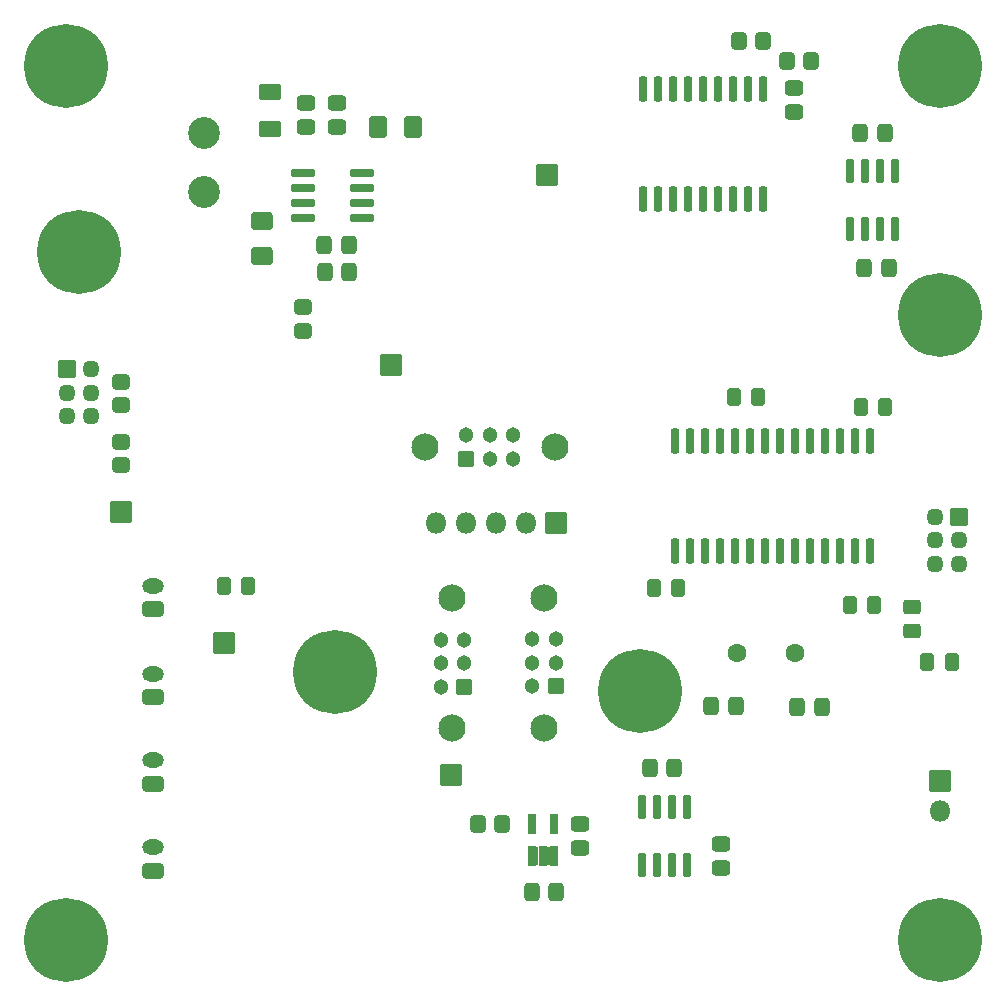
<source format=gbr>
G04 #@! TF.GenerationSoftware,KiCad,Pcbnew,(6.0.1)*
G04 #@! TF.CreationDate,2022-05-21T23:11:01-04:00*
G04 #@! TF.ProjectId,payload2020_papa_board,7061796c-6f61-4643-9230-32305f706170,rev?*
G04 #@! TF.SameCoordinates,Original*
G04 #@! TF.FileFunction,Soldermask,Bot*
G04 #@! TF.FilePolarity,Negative*
%FSLAX46Y46*%
G04 Gerber Fmt 4.6, Leading zero omitted, Abs format (unit mm)*
G04 Created by KiCad (PCBNEW (6.0.1)) date 2022-05-21 23:11:01*
%MOMM*%
%LPD*%
G01*
G04 APERTURE LIST*
G04 Aperture macros list*
%AMRoundRect*
0 Rectangle with rounded corners*
0 $1 Rounding radius*
0 $2 $3 $4 $5 $6 $7 $8 $9 X,Y pos of 4 corners*
0 Add a 4 corners polygon primitive as box body*
4,1,4,$2,$3,$4,$5,$6,$7,$8,$9,$2,$3,0*
0 Add four circle primitives for the rounded corners*
1,1,$1+$1,$2,$3*
1,1,$1+$1,$4,$5*
1,1,$1+$1,$6,$7*
1,1,$1+$1,$8,$9*
0 Add four rect primitives between the rounded corners*
20,1,$1+$1,$2,$3,$4,$5,0*
20,1,$1+$1,$4,$5,$6,$7,0*
20,1,$1+$1,$6,$7,$8,$9,0*
20,1,$1+$1,$8,$9,$2,$3,0*%
G04 Aperture macros list end*
%ADD10C,0.902000*%
%ADD11C,7.102000*%
%ADD12RoundRect,0.051000X-0.850000X0.850000X-0.850000X-0.850000X0.850000X-0.850000X0.850000X0.850000X0*%
%ADD13O,1.802000X1.802000*%
%ADD14C,2.302000*%
%ADD15RoundRect,0.051000X0.600000X-0.600000X0.600000X0.600000X-0.600000X0.600000X-0.600000X-0.600000X0*%
%ADD16C,1.302000*%
%ADD17RoundRect,0.051000X-0.600000X-0.600000X0.600000X-0.600000X0.600000X0.600000X-0.600000X0.600000X0*%
%ADD18RoundRect,0.051000X-0.675000X-0.675000X0.675000X-0.675000X0.675000X0.675000X-0.675000X0.675000X0*%
%ADD19O,1.452000X1.452000*%
%ADD20RoundRect,0.051000X-0.850000X-0.850000X0.850000X-0.850000X0.850000X0.850000X-0.850000X0.850000X0*%
%ADD21RoundRect,0.301000X-0.337500X-0.475000X0.337500X-0.475000X0.337500X0.475000X-0.337500X0.475000X0*%
%ADD22RoundRect,0.301000X0.337500X0.475000X-0.337500X0.475000X-0.337500X-0.475000X0.337500X-0.475000X0*%
%ADD23RoundRect,0.201000X-0.150000X0.825000X-0.150000X-0.825000X0.150000X-0.825000X0.150000X0.825000X0*%
%ADD24RoundRect,0.301001X-0.624999X0.462499X-0.624999X-0.462499X0.624999X-0.462499X0.624999X0.462499X0*%
%ADD25C,2.702000*%
%ADD26RoundRect,0.301000X0.475000X-0.337500X0.475000X0.337500X-0.475000X0.337500X-0.475000X-0.337500X0*%
%ADD27RoundRect,0.201000X-0.825000X-0.150000X0.825000X-0.150000X0.825000X0.150000X-0.825000X0.150000X0*%
%ADD28RoundRect,0.301000X-0.475000X0.337500X-0.475000X-0.337500X0.475000X-0.337500X0.475000X0.337500X0*%
%ADD29RoundRect,0.051000X0.325000X-0.780000X0.325000X0.780000X-0.325000X0.780000X-0.325000X-0.780000X0*%
%ADD30C,1.602000*%
%ADD31RoundRect,0.201000X0.150000X-0.875000X0.150000X0.875000X-0.150000X0.875000X-0.150000X-0.875000X0*%
%ADD32RoundRect,0.300999X0.350001X0.450001X-0.350001X0.450001X-0.350001X-0.450001X0.350001X-0.450001X0*%
%ADD33RoundRect,0.201000X0.150000X-0.825000X0.150000X0.825000X-0.150000X0.825000X-0.150000X-0.825000X0*%
%ADD34RoundRect,0.301000X0.325000X0.450000X-0.325000X0.450000X-0.325000X-0.450000X0.325000X-0.450000X0*%
%ADD35RoundRect,0.301000X-0.325000X-0.450000X0.325000X-0.450000X0.325000X0.450000X-0.325000X0.450000X0*%
%ADD36RoundRect,0.301000X-0.450000X0.325000X-0.450000X-0.325000X0.450000X-0.325000X0.450000X0.325000X0*%
%ADD37RoundRect,0.301000X-0.650000X0.412500X-0.650000X-0.412500X0.650000X-0.412500X0.650000X0.412500X0*%
%ADD38RoundRect,0.301000X0.450000X-0.350000X0.450000X0.350000X-0.450000X0.350000X-0.450000X-0.350000X0*%
%ADD39RoundRect,0.051000X0.850000X0.850000X-0.850000X0.850000X-0.850000X-0.850000X0.850000X-0.850000X0*%
%ADD40RoundRect,0.301001X0.462499X0.624999X-0.462499X0.624999X-0.462499X-0.624999X0.462499X-0.624999X0*%
%ADD41RoundRect,0.301000X0.625000X-0.350000X0.625000X0.350000X-0.625000X0.350000X-0.625000X-0.350000X0*%
%ADD42O,1.852000X1.302000*%
%ADD43RoundRect,0.301000X0.350000X0.450000X-0.350000X0.450000X-0.350000X-0.450000X0.350000X-0.450000X0*%
%ADD44RoundRect,0.051000X0.675000X0.675000X-0.675000X0.675000X-0.675000X-0.675000X0.675000X-0.675000X0*%
G04 APERTURE END LIST*
D10*
X6976155Y-17923845D03*
X2495000Y-19780000D03*
X6976155Y-21636155D03*
X3263845Y-17923845D03*
X3263845Y-21636155D03*
X5120000Y-17155000D03*
D11*
X5120000Y-19780000D03*
D10*
X7745000Y-19780000D03*
X5120000Y-22405000D03*
X26800000Y-57965000D03*
X29425000Y-55340000D03*
D11*
X26800000Y-55340000D03*
D10*
X26800000Y-52715000D03*
X24943845Y-57196155D03*
X24943845Y-53483845D03*
X28656155Y-57196155D03*
X24175000Y-55340000D03*
X28656155Y-53483845D03*
D12*
X45491400Y-42717400D03*
D13*
X42951400Y-42717400D03*
X40411400Y-42717400D03*
X37871400Y-42717400D03*
X35331400Y-42717400D03*
D14*
X44475400Y-49042000D03*
X44475400Y-60042000D03*
D15*
X45475400Y-56542000D03*
D16*
X45475400Y-54542000D03*
X45475400Y-52542000D03*
X43475400Y-56542000D03*
X43475400Y-54542000D03*
X43475400Y-52542000D03*
D14*
X36728400Y-49092800D03*
X36728400Y-60092800D03*
D15*
X37728400Y-56592800D03*
D16*
X37728400Y-54592800D03*
X37728400Y-52592800D03*
X35728400Y-56592800D03*
X35728400Y-54592800D03*
X35728400Y-52592800D03*
D14*
X45378000Y-36291200D03*
X34378000Y-36291200D03*
D17*
X37878000Y-37291200D03*
D16*
X39878000Y-37291200D03*
X41878000Y-37291200D03*
X37878000Y-35291200D03*
X39878000Y-35291200D03*
X41878000Y-35291200D03*
D18*
X79619000Y-42168000D03*
D19*
X79619000Y-44168000D03*
X79619000Y-46168000D03*
X77619000Y-42168000D03*
X77619000Y-44168000D03*
X77619000Y-46168000D03*
D10*
X75375000Y-78020000D03*
X79856155Y-79876155D03*
X78000000Y-80645000D03*
X78000000Y-75395000D03*
X79856155Y-76163845D03*
X80625000Y-78020000D03*
X76143845Y-76163845D03*
D11*
X78000000Y-78020000D03*
D10*
X76143845Y-79876155D03*
X76143845Y-27006155D03*
X79856155Y-27006155D03*
X78000000Y-27775000D03*
X75375000Y-25150000D03*
X80625000Y-25150000D03*
X79856155Y-23293845D03*
X78000000Y-22525000D03*
X76143845Y-23293845D03*
D11*
X78000000Y-25130000D03*
X4000000Y-78020000D03*
D10*
X4000000Y-75395000D03*
X6625000Y-78020000D03*
X4000000Y-80645000D03*
X5856155Y-76163845D03*
X2143845Y-76163845D03*
X5856155Y-79876155D03*
X2143845Y-79876155D03*
X1375000Y-78020000D03*
D20*
X78000000Y-64520000D03*
D13*
X78000000Y-67060000D03*
D10*
X54456155Y-58756155D03*
X52600000Y-54275000D03*
X50743845Y-58756155D03*
X52600000Y-59525000D03*
X54456155Y-55043845D03*
X50743845Y-55043845D03*
X55225000Y-56900000D03*
X49975000Y-56900000D03*
D11*
X52600000Y-56900000D03*
D10*
X76143845Y-2163845D03*
D11*
X78000000Y-4020000D03*
D10*
X76143845Y-5876155D03*
X79856155Y-5876155D03*
X78000000Y-1395000D03*
X75375000Y-4020000D03*
X78000000Y-6645000D03*
X79856155Y-2163845D03*
X80625000Y-4020000D03*
D20*
X17411063Y-52856930D03*
X31496000Y-29357000D03*
D10*
X5856155Y-2163845D03*
X4000000Y-1395000D03*
X4000000Y-6645000D03*
X2143845Y-5876155D03*
X2143845Y-2163845D03*
X6625000Y-4020000D03*
X1375000Y-4020000D03*
D11*
X4000000Y-4020000D03*
D10*
X5856155Y-5876155D03*
D21*
X65913000Y-58313000D03*
X67988000Y-58313000D03*
D22*
X60731400Y-58236800D03*
X58656400Y-58236800D03*
D23*
X52793900Y-66709200D03*
X54063900Y-66709200D03*
X55333900Y-66709200D03*
X56603900Y-66709200D03*
X56603900Y-71659200D03*
X55333900Y-71659200D03*
X54063900Y-71659200D03*
X52793900Y-71659200D03*
D24*
X20610500Y-17111000D03*
X20610500Y-20086000D03*
D25*
X15657500Y-14712000D03*
X15657500Y-9712000D03*
D21*
X25911000Y-21443000D03*
X27986000Y-21443000D03*
X25889500Y-19157000D03*
X27964500Y-19157000D03*
D26*
X24293500Y-9207000D03*
X24293500Y-7132000D03*
D27*
X24092500Y-16871000D03*
X24092500Y-15601000D03*
X24092500Y-14331000D03*
X24092500Y-13061000D03*
X29042500Y-13061000D03*
X29042500Y-14331000D03*
X29042500Y-15601000D03*
X29042500Y-16871000D03*
D22*
X45509000Y-73934000D03*
X43434000Y-73934000D03*
D28*
X47488555Y-68177766D03*
X47488555Y-70252766D03*
D29*
X45334000Y-70886000D03*
X44384000Y-70886000D03*
X43434000Y-70886000D03*
X43434000Y-68186000D03*
X45334000Y-68186000D03*
D22*
X55499000Y-63443800D03*
X53424000Y-63443800D03*
D30*
X65735200Y-53715600D03*
X60855200Y-53715600D03*
D26*
X59425840Y-71919600D03*
X59425840Y-69844600D03*
D31*
X62992000Y-15287200D03*
X61722000Y-15287200D03*
X60452000Y-15287200D03*
X59182000Y-15287200D03*
X57912000Y-15287200D03*
X56642000Y-15287200D03*
X55372000Y-15287200D03*
X54102000Y-15287200D03*
X52832000Y-15287200D03*
X52832000Y-5987200D03*
X54102000Y-5987200D03*
X55372000Y-5987200D03*
X56642000Y-5987200D03*
X57912000Y-5987200D03*
X59182000Y-5987200D03*
X60452000Y-5987200D03*
X61722000Y-5987200D03*
X62992000Y-5987200D03*
D32*
X62986160Y-1853880D03*
X60986160Y-1853880D03*
D33*
X74168000Y-17811200D03*
X72898000Y-17811200D03*
X71628000Y-17811200D03*
X70358000Y-17811200D03*
X70358000Y-12861200D03*
X71628000Y-12861200D03*
X72898000Y-12861200D03*
X74168000Y-12861200D03*
D28*
X65656460Y-5859460D03*
X65656460Y-7934460D03*
D21*
X71242100Y-9689780D03*
X73317100Y-9689780D03*
X71607000Y-21136800D03*
X73682000Y-21136800D03*
D34*
X72412000Y-49635600D03*
X70362000Y-49635600D03*
X62596280Y-32079120D03*
X60546280Y-32079120D03*
D35*
X53801200Y-48213200D03*
X55851200Y-48213200D03*
D34*
X73377200Y-32871600D03*
X71327200Y-32871600D03*
X78995680Y-54481920D03*
X76945680Y-54481920D03*
D36*
X75612400Y-49829800D03*
X75612400Y-51879800D03*
D31*
X72122440Y-45075560D03*
X70852440Y-45075560D03*
X69582440Y-45075560D03*
X68312440Y-45075560D03*
X67042440Y-45075560D03*
X65772440Y-45075560D03*
X64502440Y-45075560D03*
X63232440Y-45075560D03*
X61962440Y-45075560D03*
X60692440Y-45075560D03*
X59422440Y-45075560D03*
X58152440Y-45075560D03*
X56882440Y-45075560D03*
X55612440Y-45075560D03*
X55612440Y-35775560D03*
X56882440Y-35775560D03*
X58152440Y-35775560D03*
X59422440Y-35775560D03*
X60692440Y-35775560D03*
X61962440Y-35775560D03*
X63232440Y-35775560D03*
X64502440Y-35775560D03*
X65772440Y-35775560D03*
X67042440Y-35775560D03*
X68312440Y-35775560D03*
X69582440Y-35775560D03*
X70852440Y-35775560D03*
X72122440Y-35775560D03*
D37*
X21245500Y-6204500D03*
X21245500Y-9329500D03*
D38*
X8658000Y-32754000D03*
X8658000Y-30754000D03*
D39*
X8650000Y-41800000D03*
X44704000Y-13228000D03*
D38*
X8658000Y-37834000D03*
X8658000Y-35834000D03*
D26*
X26960500Y-9207000D03*
X26960500Y-7132000D03*
D40*
X33364500Y-9164000D03*
X30389500Y-9164000D03*
D41*
X11400000Y-64800000D03*
D42*
X11400000Y-62800000D03*
D38*
X24099815Y-26457302D03*
X24099815Y-24457302D03*
D41*
X11400000Y-50000000D03*
D42*
X11400000Y-48000000D03*
D43*
X40882717Y-68193844D03*
X38882717Y-68193844D03*
X67046000Y-3560000D03*
X65046000Y-3560000D03*
D41*
X11400000Y-72150000D03*
D42*
X11400000Y-70150000D03*
D44*
X4096000Y-29688000D03*
D19*
X4096000Y-31688000D03*
X4096000Y-33688000D03*
X6096000Y-29688000D03*
X6096000Y-31688000D03*
X6096000Y-33688000D03*
D35*
X17375000Y-48000000D03*
X19425000Y-48000000D03*
D39*
X36576000Y-64028000D03*
D41*
X11400000Y-57450000D03*
D42*
X11400000Y-55450000D03*
G36*
X44758267Y-70089301D02*
G01*
X44809946Y-70132489D01*
X44878661Y-70141120D01*
X44941291Y-70111156D01*
X44959348Y-70090318D01*
X44961238Y-70089664D01*
X44962749Y-70090974D01*
X44962821Y-70092018D01*
X44960000Y-70106199D01*
X44960000Y-71665801D01*
X44962978Y-71680774D01*
X44962335Y-71682668D01*
X44960373Y-71683058D01*
X44959733Y-71682699D01*
X44908054Y-71639511D01*
X44839339Y-71630880D01*
X44776709Y-71660844D01*
X44758652Y-71681682D01*
X44756762Y-71682336D01*
X44755251Y-71681026D01*
X44755179Y-71679982D01*
X44758000Y-71665801D01*
X44758000Y-70106199D01*
X44755022Y-70091226D01*
X44755665Y-70089332D01*
X44757627Y-70088942D01*
X44758267Y-70089301D01*
G37*
G36*
X43808267Y-70089301D02*
G01*
X43859946Y-70132489D01*
X43928661Y-70141120D01*
X43991291Y-70111156D01*
X44009348Y-70090318D01*
X44011238Y-70089664D01*
X44012749Y-70090974D01*
X44012821Y-70092018D01*
X44010000Y-70106199D01*
X44010000Y-71665801D01*
X44012978Y-71680774D01*
X44012335Y-71682668D01*
X44010373Y-71683058D01*
X44009733Y-71682699D01*
X43958054Y-71639511D01*
X43889339Y-71630880D01*
X43826709Y-71660844D01*
X43808652Y-71681682D01*
X43806762Y-71682336D01*
X43805251Y-71681026D01*
X43805179Y-71679982D01*
X43808000Y-71665801D01*
X43808000Y-70106199D01*
X43805022Y-70091226D01*
X43805665Y-70089332D01*
X43807627Y-70088942D01*
X43808267Y-70089301D01*
G37*
M02*

</source>
